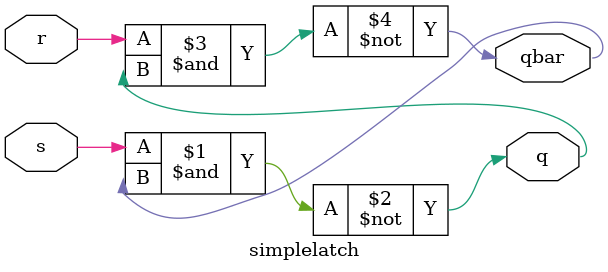
<source format=v>
`timescale 1ns / 1ps


module simplelatch(
input s,r, 
output q, qbar
    );
     assign q = ~(s&qbar);
     assign qbar= ~(r&q);
     
endmodule

</source>
